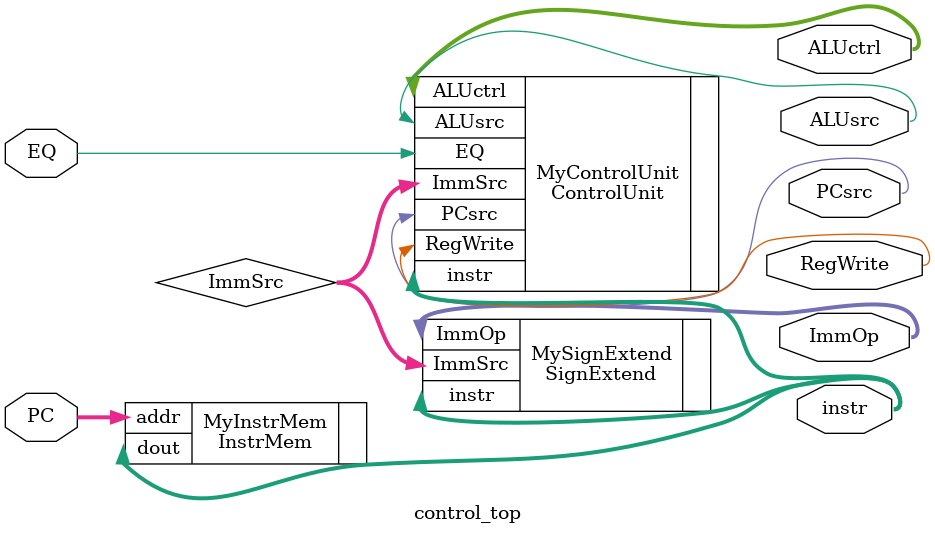
<source format=sv>
module control_top #(
    parameter   //ADDRESS_WIDTH = 8,
                DATA_WIDTH = 32
)(
     input logic [DATA_WIDTH-1:0]     PC, //8b
     input logic                        EQ, //1b
     output logic [DATA_WIDTH-1:0]       instr,//32b

     output logic                        RegWrite, //1b
     output logic [2:0]                  ALUctrl, //3b
     output logic                        ALUsrc, //1 bit
     output logic                        PCsrc, //1 bit
     output logic [DATA_WIDTH-1:0]        ImmOp //32 bits
     //output logic [DATA_WIDTH-1:0]       Instruction2


);

    logic [1:0]                        ImmSrc;

ControlUnit MyControlUnit(
    .EQ(EQ),
    .instr(instr),
    .RegWrite(RegWrite),
    .ALUctrl(ALUctrl),
    .ALUsrc(ALUsrc),
    .ImmSrc(ImmSrc),
    .PCsrc(PCsrc)

);

InstrMem MyInstrMem(
    .addr(PC),
    .dout(instr)
);

SignExtend MySignExtend(
    .instr(instr),
    .ImmSrc(ImmSrc),
    .ImmOp(ImmOp)
);

endmodule 

</source>
